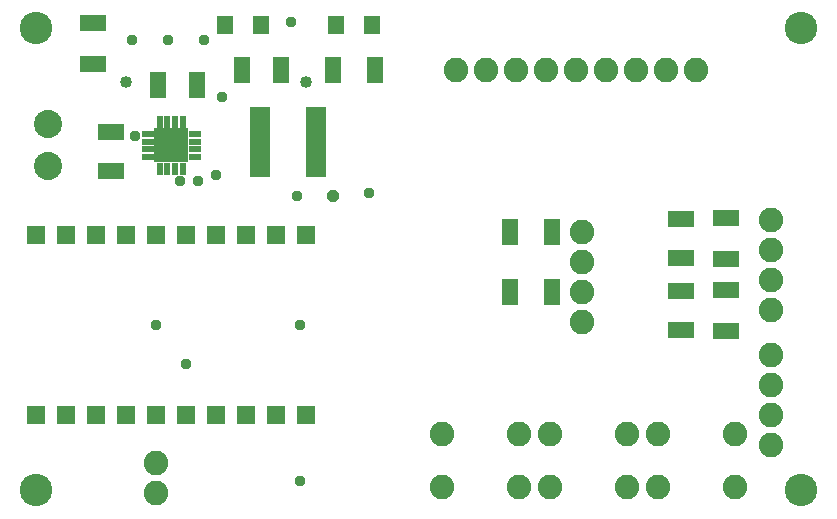
<source format=gbr>
G04 EAGLE Gerber RS-274X export*
G75*
%MOMM*%
%FSLAX34Y34*%
%LPD*%
%INSoldermask Top*%
%IPPOS*%
%AMOC8*
5,1,8,0,0,1.08239X$1,22.5*%
G01*
%ADD10C,2.743200*%
%ADD11C,2.082800*%
%ADD12R,1.473200X2.235200*%
%ADD13R,2.235200X1.473200*%
%ADD14R,0.553200X1.003200*%
%ADD15R,1.003200X0.553200*%
%ADD16R,3.003200X3.003200*%
%ADD17C,2.387600*%
%ADD18R,2.263200X1.473200*%
%ADD19R,1.473200X2.263200*%
%ADD20R,1.611200X1.611200*%
%ADD21C,1.016000*%
%ADD22R,1.403200X1.603200*%
%ADD23R,1.803400X5.918200*%
%ADD24C,0.959600*%
%ADD25P,1.038661X8X22.500000*%


D10*
X25400Y416560D03*
X673100Y416560D03*
X673100Y25400D03*
X25400Y25400D03*
D11*
X460248Y73406D03*
X525272Y73406D03*
X460248Y28194D03*
X525272Y28194D03*
X368808Y73406D03*
X433832Y73406D03*
X368808Y28194D03*
X433832Y28194D03*
D12*
X128270Y368300D03*
X161290Y368300D03*
D13*
X571500Y194310D03*
X571500Y161290D03*
X571500Y222250D03*
X571500Y255270D03*
X88900Y295910D03*
X88900Y328930D03*
D12*
X232410Y381000D03*
X199390Y381000D03*
D14*
X149450Y337500D03*
X142950Y337500D03*
X136450Y337500D03*
X129950Y337500D03*
D15*
X119700Y327250D03*
X119700Y320750D03*
X119700Y314250D03*
X119700Y307750D03*
D14*
X129950Y297500D03*
X136450Y297500D03*
X142950Y297500D03*
X149450Y297500D03*
D15*
X159700Y307750D03*
X159700Y314250D03*
X159700Y320750D03*
X159700Y327250D03*
D16*
X139700Y317500D03*
D17*
X35560Y335500D03*
X35560Y300500D03*
D11*
X381000Y381000D03*
X406400Y381000D03*
X431800Y381000D03*
X457200Y381000D03*
X482600Y381000D03*
X508000Y381000D03*
X533400Y381000D03*
X558800Y381000D03*
X584200Y381000D03*
X647700Y177800D03*
X647700Y203200D03*
X647700Y228600D03*
X647700Y254000D03*
X127000Y48260D03*
X127000Y22860D03*
X487680Y243840D03*
X487680Y218440D03*
X487680Y193040D03*
X487680Y167640D03*
D18*
X609600Y160250D03*
X609600Y195350D03*
X609600Y221210D03*
X609600Y256310D03*
D19*
X426950Y243840D03*
X462050Y243840D03*
X426950Y193040D03*
X462050Y193040D03*
D11*
X616712Y28194D03*
X551688Y28194D03*
X616712Y73406D03*
X551688Y73406D03*
D20*
X127000Y88900D03*
X152400Y88900D03*
X177800Y88900D03*
X203200Y88900D03*
X228600Y88900D03*
X254000Y88900D03*
X101600Y88900D03*
X50800Y88900D03*
X76200Y88900D03*
X25400Y88900D03*
X25400Y241300D03*
X50800Y241300D03*
X76200Y241300D03*
X101600Y241300D03*
X127000Y241300D03*
X152400Y241300D03*
X177800Y241300D03*
X203200Y241300D03*
X228600Y241300D03*
X254000Y241300D03*
D21*
X101600Y370840D03*
X254000Y370840D03*
D11*
X647700Y63500D03*
X647700Y88900D03*
X647700Y114300D03*
X647700Y139700D03*
D22*
X309640Y419100D03*
X279640Y419100D03*
X185660Y419100D03*
X215660Y419100D03*
D18*
X73660Y386310D03*
X73660Y421410D03*
D19*
X277090Y381000D03*
X312190Y381000D03*
D23*
X215260Y320040D03*
X262260Y320040D03*
D24*
X147320Y287020D03*
X162560Y287020D03*
X109220Y325120D03*
X241300Y421640D03*
X307340Y276860D03*
X127000Y165100D03*
X248920Y165100D03*
X248920Y33020D03*
X167640Y406400D03*
X182880Y358140D03*
X137160Y406400D03*
X106680Y406400D03*
X134620Y325120D03*
X147320Y325120D03*
X147320Y309880D03*
X134620Y309880D03*
X246380Y274320D03*
D25*
X276860Y274320D03*
D24*
X152400Y132080D03*
X177800Y292100D03*
M02*

</source>
